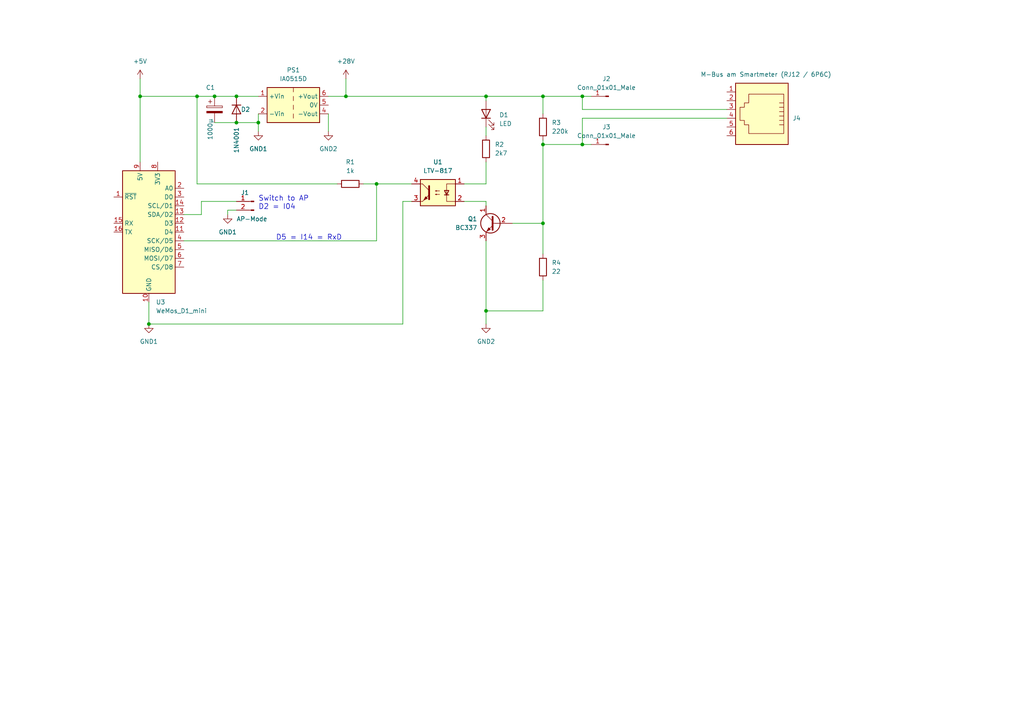
<source format=kicad_sch>
(kicad_sch (version 20211123) (generator eeschema)
  (paper "A4")
  (title_block (title "MBUS Interface (read only)") (date "2022-11-18") (rev "20.Nov.2022") (company "Engelbert Horvat") (comment 1 "Wemos D1 ESP8266 Modul"))
  (lib_symbols
    (symbol "Connector:6P6C" (pin_names (offset 1.016))
      (property "Reference" "J" (at -5.08 11.43 0))
      (property "Value" "6P6C" (at 2.54 11.43 0))
      (symbol "6P6C_0_1"
        (polyline (pts (xy -6.35 -1.905) (xy -5.08 -1.905) (xy -5.08 -1.905)))
        (polyline (pts (xy -6.35 -0.635) (xy -5.08 -0.635) (xy -5.08 -0.635)))
        (polyline (pts (xy -6.35 0.635) (xy -5.08 0.635) (xy -5.08 0.635)))
        (polyline (pts (xy -6.35 1.905) (xy -5.08 1.905) (xy -5.08 1.905)))
        (polyline (pts (xy -6.35 3.175) (xy -5.08 3.175) (xy -5.08 3.175)))
        (polyline (pts (xy -5.08 4.445) (xy -6.35 4.445) (xy -6.35 4.445)))
        (polyline (pts (xy -6.35 -4.445) (xy -6.35 6.985) (xy 3.81 6.985) (xy 3.81 4.445) (xy 5.08 4.445) (xy 5.08 3.175) (xy 6.35 3.175) (xy 6.35 -0.635) (xy 5.08 -0.635) (xy 5.08 -1.905) (xy 3.81 -1.905) (xy 3.81 -4.445) (xy -6.35 -4.445) (xy -6.35 -4.445)))
        (rectangle (start 7.62 10.16) (end -7.62 -7.62) (stroke (width 0.254)) (fill (type background)))
      )
      (symbol "6P6C_1_1"
        (pin passive line (at 10.16 -5.08 180) (length 2.54) (name "~") (number "1"))
        (pin passive line (at 10.16 -2.54 180) (length 2.54) (name "~") (number "2"))
        (pin passive line (at 10.16 0 180) (length 2.54) (name "~") (number "3"))
        (pin passive line (at 10.16 2.54 180) (length 2.54) (name "~") (number "4"))
        (pin passive line (at 10.16 5.08 180) (length 2.54) (name "~") (number "5"))
        (pin passive line (at 10.16 7.62 180) (length 2.54) (name "~") (number "6"))
      )
    )
    (symbol "Connector:Conn_01x01_Male" (pin_names (offset 1.016) hide)
      (property "Reference" "J" (at 0 2.54 0))
      (property "Value" "Conn_01x01_Male" (at 0 -2.54 0))
      (symbol "Conn_01x01_Male_1_1"
        (polyline (pts (xy 1.27 0) (xy 0.8636 0)) (stroke (width 0.1524)))
        (rectangle (start 0.8636 0.127) (end 0 -0.127) (stroke (width 0.1524)) (fill (type outline)))
        (pin passive line (at 5.08 0 180) (length 3.81) (name "Pin_1") (number "1"))
      )
    )
    (symbol "Connector:Conn_01x02_Male" (pin_names (offset 1.016) hide)
      (property "Reference" "J" (at 0 2.54 0))
      (property "Value" "Conn_01x02_Male" (at 0 -5.08 0))
      (symbol "Conn_01x02_Male_1_1"
        (polyline (pts (xy 1.27 -2.54) (xy 0.8636 -2.54)) (stroke (width 0.1524)))
        (polyline (pts (xy 1.27 0) (xy 0.8636 0)) (stroke (width 0.1524)))
        (rectangle (start 0.8636 -2.413) (end 0 -2.667) (stroke (width 0.1524)) (fill (type outline)))
        (rectangle (start 0.8636 0.127) (end 0 -0.127) (stroke (width 0.1524)) (fill (type outline)))
        (pin passive line (at 5.08 0 180) (length 3.81) (name "Pin_1") (number "1"))
        (pin passive line (at 5.08 -2.54 180) (length 3.81) (name "Pin_2") (number "2"))
      )
    )
    (symbol "Converter_DCDC:IA0515S"
      (property "Reference" "PS" (at -7.62 6.35 0))
      (property "Value" "IA0515S" (at 1.27 6.35 0))
      (symbol "IA0515S_0_0"
        (pin power_in line (at -10.16 2.54 0) (length 2.54) (name "+Vin") (number "1"))
        (pin power_in line (at -10.16 -2.54 0) (length 2.54) (name "-Vin") (number "2"))
        (pin power_out line (at 10.16 -2.54 180) (length 2.54) (name "-Vout") (number "4"))
        (pin power_out line (at 10.16 0 180) (length 2.54) (name "0V") (number "5"))
        (pin power_out line (at 10.16 2.54 180) (length 2.54) (name "+Vout") (number "6"))
      )
      (symbol "IA0515S_0_1"
        (rectangle (start -7.62 5.08) (end 7.62 -5.08) (stroke (width 0.254)) (fill (type background)))
        (polyline (pts (xy 0 -2.54) (xy 0 -3.81)))
        (polyline (pts (xy 0 0) (xy 0 -1.27)))
        (polyline (pts (xy 0 2.54) (xy 0 1.27)))
        (polyline (pts (xy 0 5.08) (xy 0 3.81)))
      )
    )
    (symbol "Device:C_Polarized" (pin_numbers hide) (pin_names (offset 0.254))
      (property "Reference" "C" (at 0.635 2.54 0))
      (property "Value" "C_Polarized" (at 0.635 -2.54 0))
      (symbol "C_Polarized_0_1"
        (rectangle (start -2.286 0.508) (end 2.286 1.016))
        (polyline (pts (xy -1.778 2.286) (xy -0.762 2.286)))
        (polyline (pts (xy -1.27 2.794) (xy -1.27 1.778)))
        (rectangle (start 2.286 -0.508) (end -2.286 -1.016) (fill (type outline)))
      )
      (symbol "C_Polarized_1_1"
        (pin passive line (at 0 3.81 270) (length 2.794) (name "~") (number "1"))
        (pin passive line (at 0 -3.81 90) (length 2.794) (name "~") (number "2"))
      )
    )
    (symbol "Device:LED" (pin_numbers hide) (pin_names (offset 1.016) hide)
      (property "Reference" "D" (at 0 2.54 0))
      (property "Value" "LED" (at 0 -2.54 0))
      (symbol "LED_0_1"
        (polyline (pts (xy -1.27 -1.27) (xy -1.27 1.27)) (stroke (width 0.254)))
        (polyline (pts (xy -1.27 0) (xy 1.27 0)))
        (polyline (pts (xy 1.27 -1.27) (xy 1.27 1.27) (xy -1.27 0) (xy 1.27 -1.27)) (stroke (width 0.254)))
        (polyline (pts (xy -3.048 -0.762) (xy -4.572 -2.286) (xy -3.81 -2.286) (xy -4.572 -2.286) (xy -4.572 -1.524)))
        (polyline (pts (xy -1.778 -0.762) (xy -3.302 -2.286) (xy -2.54 -2.286) (xy -3.302 -2.286) (xy -3.302 -1.524)))
      )
      (symbol "LED_1_1"
        (pin passive line (at -3.81 0 0) (length 2.54) (name "K") (number "1"))
        (pin passive line (at 3.81 0 180) (length 2.54) (name "A") (number "2"))
      )
    )
    (symbol "Device:R" (pin_numbers hide) (pin_names (offset 0))
      (property "Reference" "R" (at 2.032 0 90))
      (property "Value" "R" (at 0 0 90))
      (symbol "R_0_1"
        (rectangle (start -1.016 -2.54) (end 1.016 2.54) (stroke (width 0.254)))
      )
      (symbol "R_1_1"
        (pin passive line (at 0 3.81 270) (length 1.27) (name "~") (number "1"))
        (pin passive line (at 0 -3.81 90) (length 1.27) (name "~") (number "2"))
      )
    )
    (symbol "Diode:1N4001" (pin_numbers hide) (pin_names hide)
      (property "Reference" "D" (at 0 2.54 0))
      (property "Value" "1N4001" (at 0 -2.54 0))
      (symbol "1N4001_0_1"
        (polyline (pts (xy -1.27 1.27) (xy -1.27 -1.27)) (stroke (width 0.254)))
        (polyline (pts (xy 1.27 0) (xy -1.27 0)))
        (polyline (pts (xy 1.27 1.27) (xy 1.27 -1.27) (xy -1.27 0) (xy 1.27 1.27)) (stroke (width 0.254)))
      )
      (symbol "1N4001_1_1"
        (pin passive line (at -3.81 0 0) (length 2.54) (name "K") (number "1"))
        (pin passive line (at 3.81 0 180) (length 2.54) (name "A") (number "2"))
      )
    )
    (symbol "Isolator:LTV-817" (pin_names (offset 1.016))
      (property "Reference" "U" (at -5.08 5.08 0))
      (property "Value" "LTV-817" (at 0 5.08 0))
      (symbol "LTV-817_0_1"
        (rectangle (start -5.08 3.81) (end 5.08 -3.81) (stroke (width 0.254)) (fill (type background)))
        (polyline (pts (xy -3.175 -0.635) (xy -1.905 -0.635)) (stroke (width 0.254)))
        (polyline (pts (xy 2.54 0.635) (xy 4.445 2.54)))
        (polyline (pts (xy 4.445 -2.54) (xy 2.54 -0.635)) (fill (type outline)))
        (polyline (pts (xy 4.445 -2.54) (xy 5.08 -2.54)))
        (polyline (pts (xy 4.445 2.54) (xy 5.08 2.54)))
        (polyline (pts (xy -5.08 2.54) (xy -2.54 2.54) (xy -2.54 -0.762)))
        (polyline (pts (xy -2.54 -0.635) (xy -2.54 -2.54) (xy -5.08 -2.54)))
        (polyline (pts (xy 2.54 1.905) (xy 2.54 -1.905) (xy 2.54 -1.905)) (stroke (width 0.508)))
        (polyline (pts (xy -2.54 -0.635) (xy -3.175 0.635) (xy -1.905 0.635) (xy -2.54 -0.635)) (stroke (width 0.254)))
        (polyline (pts (xy -0.508 -0.508) (xy 0.762 -0.508) (xy 0.381 -0.635) (xy 0.381 -0.381) (xy 0.762 -0.508)))
        (polyline (pts (xy -0.508 0.508) (xy 0.762 0.508) (xy 0.381 0.381) (xy 0.381 0.635) (xy 0.762 0.508)))
        (polyline (pts (xy 3.048 -1.651) (xy 3.556 -1.143) (xy 4.064 -2.159) (xy 3.048 -1.651) (xy 3.048 -1.651)) (fill (type outline)))
      )
      (symbol "LTV-817_1_1"
        (pin passive line (at -7.62 2.54 0) (length 2.54) (name "~") (number "1"))
        (pin passive line (at -7.62 -2.54 0) (length 2.54) (name "~") (number "2"))
        (pin passive line (at 7.62 -2.54 180) (length 2.54) (name "~") (number "3"))
        (pin passive line (at 7.62 2.54 180) (length 2.54) (name "~") (number "4"))
      )
    )
    (symbol "MCU_Module:WeMos_D1_mini"
      (property "Reference" "U" (at 3.81 19.05 0))
      (property "Value" "WeMos_D1_mini" (at 1.27 -19.05 0))
      (symbol "WeMos_D1_mini_1_1"
        (rectangle (start -7.62 17.78) (end 7.62 -17.78) (stroke (width 0.254)) (fill (type background)))
        (pin input line (at -10.16 10.16 0) (length 2.54) (name "~{RST}") (number "1"))
        (pin power_in line (at 0 -20.32 90) (length 2.54) (name "GND") (number "10"))
        (pin bidirectional line (at 10.16 0 180) (length 2.54) (name "D4") (number "11"))
        (pin bidirectional line (at 10.16 2.54 180) (length 2.54) (name "D3") (number "12"))
        (pin bidirectional line (at 10.16 5.08 180) (length 2.54) (name "SDA/D2") (number "13"))
        (pin bidirectional line (at 10.16 7.62 180) (length 2.54) (name "SCL/D1") (number "14"))
        (pin input line (at -10.16 2.54 0) (length 2.54) (name "RX") (number "15"))
        (pin output line (at -10.16 0 0) (length 2.54) (name "TX") (number "16"))
        (pin input line (at 10.16 12.7 180) (length 2.54) (name "A0") (number "2"))
        (pin bidirectional line (at 10.16 10.16 180) (length 2.54) (name "D0") (number "3"))
        (pin bidirectional line (at 10.16 -2.54 180) (length 2.54) (name "SCK/D5") (number "4"))
        (pin bidirectional line (at 10.16 -5.08 180) (length 2.54) (name "MISO/D6") (number "5"))
        (pin bidirectional line (at 10.16 -7.62 180) (length 2.54) (name "MOSI/D7") (number "6"))
        (pin bidirectional line (at 10.16 -10.16 180) (length 2.54) (name "CS/D8") (number "7"))
        (pin power_out line (at 2.54 20.32 270) (length 2.54) (name "3V3") (number "8"))
        (pin power_in line (at -2.54 20.32 270) (length 2.54) (name "5V") (number "9"))
      )
    )
    (symbol "Transistor_BJT:BC337" (pin_names (offset 0) hide)
      (property "Reference" "Q" (at 5.08 1.905 0))
      (property "Value" "BC337" (at 5.08 0 0))
      (symbol "BC337_0_1"
        (polyline (pts (xy 0 0) (xy 0.635 0)))
        (polyline (pts (xy 0.635 0.635) (xy 2.54 2.54)))
        (polyline (pts (xy 0.635 -0.635) (xy 2.54 -2.54) (xy 2.54 -2.54)))
        (polyline (pts (xy 0.635 1.905) (xy 0.635 -1.905) (xy 0.635 -1.905)) (stroke (width 0.508)))
        (polyline (pts (xy 1.27 -1.778) (xy 1.778 -1.27) (xy 2.286 -2.286) (xy 1.27 -1.778) (xy 1.27 -1.778)) (fill (type outline)))
        (circle (center 1.27 0) (radius 2.8194) (stroke (width 0.254)))
      )
      (symbol "BC337_1_1"
        (pin passive line (at 2.54 5.08 270) (length 2.54) (name "C") (number "1"))
        (pin input line (at -5.08 0 0) (length 5.08) (name "B") (number "2"))
        (pin passive line (at 2.54 -5.08 90) (length 2.54) (name "E") (number "3"))
      )
    )
    (symbol "power:+28V" (power) (pin_names (offset 0))
      (property "Value" "+28V" (at 0 3.81 0))
      (symbol "+28V_0_1"
        (polyline (pts (xy -0.762 1.27) (xy 0 2.54)))
        (polyline (pts (xy 0 0) (xy 0 2.54)))
        (polyline (pts (xy 0 2.54) (xy 0.762 1.27)))
      )
      (symbol "+28V_1_1"
        (pin power_in line (at 0 0 90) (length 0) hide (name "+28V") (number "1"))
      )
    )
    (symbol "power:+5V" (power) (pin_names (offset 0))
      (property "Value" "+5V" (at 0 3.556 0))
      (symbol "+5V_0_1"
        (polyline (pts (xy -0.762 1.27) (xy 0 2.54)))
        (polyline (pts (xy 0 0) (xy 0 2.54)))
        (polyline (pts (xy 0 2.54) (xy 0.762 1.27)))
      )
      (symbol "+5V_1_1"
        (pin power_in line (at 0 0 90) (length 0) hide (name "+5V") (number "1"))
      )
    )
    (symbol "power:GND1" (power) (pin_names (offset 0))
      (property "Value" "GND1" (at 0 -3.81 0))
      (symbol "GND1_0_1"
        (polyline (pts (xy 0 0) (xy 0 -1.27) (xy 1.27 -1.27) (xy 0 -2.54) (xy -1.27 -1.27) (xy 0 -1.27)))
      )
      (symbol "GND1_1_1"
        (pin power_in line (at 0 0 270) (length 0) hide (name "GND1") (number "1"))
      )
    )
    (symbol "power:GND2" (power) (pin_names (offset 0))
      (property "Value" "GND2" (at 0 -3.81 0))
      (symbol "GND2_0_1"
        (polyline (pts (xy 0 0) (xy 0 -1.27) (xy 1.27 -1.27) (xy 0 -2.54) (xy -1.27 -1.27) (xy 0 -1.27)))
      )
      (symbol "GND2_1_1"
        (pin power_in line (at 0 0 270) (length 0) hide (name "GND2") (number "1"))
      )
    )
  )
  (junction (at 168.91 27.94))
  (junction (at 140.97 90.17))
  (junction (at 40.64 27.94))
  (junction (at 43.18 93.98))
  (junction (at 140.97 27.94))
  (junction (at 68.58 27.94))
  (junction (at 68.58 35.56))
  (junction (at 157.48 64.77))
  (junction (at 157.48 27.94))
  (junction (at 57.15 27.94))
  (junction (at 109.22 53.34))
  (junction (at 157.48 41.91))
  (junction (at 62.23 27.94))
  (junction (at 168.91 41.91))
  (junction (at 100.33 27.94))
  (junction (at 74.93 35.56))
  (wire (pts (xy 134.62 53.34) (xy 140.97 53.34)))
  (wire (pts (xy 134.62 58.42) (xy 140.97 58.42)))
  (wire (pts (xy 119.38 58.42) (xy 116.84 58.42)))
  (wire (pts (xy 74.93 33.02) (xy 74.93 35.56)))
  (wire (pts (xy 62.23 27.94) (xy 68.58 27.94)))
  (wire (pts (xy 157.48 81.28) (xy 157.48 90.17)))
  (wire (pts (xy 116.84 58.42) (xy 116.84 93.98)))
  (wire (pts (xy 140.97 36.83) (xy 140.97 39.37)))
  (wire (pts (xy 95.25 27.94) (xy 100.33 27.94)))
  (wire (pts (xy 68.58 60.96) (xy 66.04 60.96)))
  (wire (pts (xy 157.48 64.77) (xy 157.48 73.66)))
  (wire (pts (xy 157.48 27.94) (xy 168.91 27.94)))
  (wire (pts (xy 105.41 53.34) (xy 109.22 53.34)))
  (wire (pts (xy 148.59 64.77) (xy 157.48 64.77)))
  (wire (pts (xy 168.91 31.75) (xy 168.91 27.94)))
  (wire (pts (xy 157.48 40.64) (xy 157.48 41.91)))
  (wire (pts (xy 62.23 35.56) (xy 68.58 35.56)))
  (wire (pts (xy 109.22 53.34) (xy 109.22 69.85)))
  (wire (pts (xy 40.64 46.99) (xy 40.64 27.94)))
  (wire (pts (xy 57.15 53.34) (xy 57.15 27.94)))
  (wire (pts (xy 168.91 41.91) (xy 171.45 41.91)))
  (wire (pts (xy 168.91 31.75) (xy 210.82 31.75)))
  (wire (pts (xy 95.25 33.02) (xy 95.25 38.1)))
  (wire (pts (xy 168.91 34.29) (xy 210.82 34.29)))
  (wire (pts (xy 140.97 53.34) (xy 140.97 46.99)))
  (wire (pts (xy 74.93 35.56) (xy 68.58 35.56)))
  (wire (pts (xy 157.48 41.91) (xy 157.48 64.77)))
  (wire (pts (xy 168.91 27.94) (xy 171.45 27.94)))
  (wire (pts (xy 97.79 53.34) (xy 57.15 53.34)))
  (wire (pts (xy 140.97 58.42) (xy 140.97 59.69)))
  (wire (pts (xy 140.97 69.85) (xy 140.97 90.17)))
  (wire (pts (xy 53.34 62.23) (xy 58.42 62.23)))
  (wire (pts (xy 100.33 22.86) (xy 100.33 27.94)))
  (wire (pts (xy 100.33 27.94) (xy 140.97 27.94)))
  (wire (pts (xy 53.34 69.85) (xy 109.22 69.85)))
  (wire (pts (xy 168.91 34.29) (xy 168.91 41.91)))
  (wire (pts (xy 140.97 29.21) (xy 140.97 27.94)))
  (wire (pts (xy 57.15 27.94) (xy 62.23 27.94)))
  (wire (pts (xy 66.04 60.96) (xy 66.04 62.23)))
  (wire (pts (xy 109.22 53.34) (xy 119.38 53.34)))
  (wire (pts (xy 157.48 90.17) (xy 140.97 90.17)))
  (wire (pts (xy 140.97 90.17) (xy 140.97 93.98)))
  (wire (pts (xy 43.18 87.63) (xy 43.18 93.98)))
  (wire (pts (xy 40.64 27.94) (xy 57.15 27.94)))
  (wire (pts (xy 40.64 22.86) (xy 40.64 27.94)))
  (wire (pts (xy 157.48 33.02) (xy 157.48 27.94)))
  (wire (pts (xy 74.93 35.56) (xy 74.93 38.1)))
  (wire (pts (xy 58.42 58.42) (xy 58.42 62.23)))
  (wire (pts (xy 68.58 27.94) (xy 74.93 27.94)))
  (wire (pts (xy 116.84 93.98) (xy 43.18 93.98)))
  (wire (pts (xy 58.42 58.42) (xy 68.58 58.42)))
  (wire (pts (xy 168.91 41.91) (xy 157.48 41.91)))
  (wire (pts (xy 140.97 27.94) (xy 157.48 27.94)))
  (text "D5 = I14 = RxD" (at 80.01 69.85 0) (effects (font (size 1.5 1.5)) (justify left bottom)))
  (text "Switch to AP\nD2 = I04" (at 74.93 60.96 0) (effects (font (size 1.5 1.5)) (justify left bottom)))
  (symbol (lib_id "power:GND2") (at 140.97 93.98 0) (unit 1)
    (property "Reference" "#PWR0104" (effects hide))
    (property "Value" "GND2" (at 140.97 99.06 0))
  )
  (symbol (lib_id "Device:R") (at 140.97 43.18 0) (unit 1)
    (property "Reference" "R2" (at 143.51 41.9099 0) (effects (justify left)))
    (property "Value" "2k7" (at 143.51 44.4499 0) (effects (justify left)))
    (property "Footprint" "Resistor_THT:R_Axial_DIN0207_L6.3mm_D2.5mm_P10.16mm_Horizontal" (effects hide))
  )
  (symbol (lib_id "power:GND2") (at 95.25 38.1 0) (unit 1)
    (property "Reference" "#PWR0101" (effects hide))
    (property "Value" "GND2" (at 95.25 43.18 0))
  )
  (symbol (lib_id "Device:C_Polarized") (at 62.23 31.75 0) (unit 1)
    (property "Reference" "C1" (at 59.69 25.4 0) (effects (justify left)))
    (property "Value" "1000µ" (at 60.96 40.64 90) (effects (justify left)))
    (property "Footprint" "Capacitor_THT:CP_Radial_D10.0mm_P5.00mm" (effects hide))
  )
  (symbol (lib_id "power:GND1") (at 43.18 93.98 0) (unit 1)
    (property "Reference" "#PWR00" (effects hide))
    (property "Value" "GND1" (at 43.18 99.06 0))
  )
  (symbol (lib_id "Converter_DCDC:IA0515S") (at 85.09 30.48 0) (unit 1)
    (property "Reference" "PS1" (at 85.09 20.32 0))
    (property "Value" "IA0515D" (at 85.09 22.86 0))
    (property "Footprint" "Converter_DCDC:Converter_DCDC_XP_POWER-IAxxxxS_THT" (effects hide))
    (property "Datasheet" "https://www.xppower.com/pdfs/SF_IA.pdf" (effects hide))
  )
  (symbol (lib_id "Transistor_BJT:BC337") (at 143.51 64.77 0) (mirror y) (unit 1)
    (property "Reference" "Q1" (at 138.43 63.4999 0) (effects (justify left)))
    (property "Value" "BC337" (at 138.43 66.0399 0) (effects (justify left)))
    (property "Footprint" "Package_TO_SOT_THT:TO-92_Inline_Wide" (effects hide))
    (property "Datasheet" "https://diotec.com/tl_files/diotec/files/pdf/datasheets/bc337.pdf" (effects hide))
  )
  (symbol (lib_id "Isolator:LTV-817") (at 127 55.88 0) (mirror y) (unit 1)
    (property "Reference" "U1" (at 127 46.99 0))
    (property "Value" "LTV-817" (at 127 49.53 0))
    (property "Footprint" "Package_DIP:DIP-4_W7.62mm" (effects hide))
    (property "Datasheet" "http://www.us.liteon.com/downloads/LTV-817-827-847.PDF" (effects hide))
  )
  (symbol (lib_id "Connector:6P6C") (at 220.98 31.75 180) (unit 1)
    (property "Reference" "J4" (at 229.87 34.2901 0) (effects (justify right)))
    (property "Value" "M-Bus am Smartmeter (RJ12 / 6P6C)" (at 203.2 21.59 0) (effects (justify right)))
    (property "Footprint" "Connector_RJ:RJ12_Amphenol_54601" (effects hide))
  )
  (symbol (lib_id "Device:R") (at 157.48 36.83 0) (unit 1)
    (property "Reference" "R3" (at 160.02 35.5599 0) (effects (justify left)))
    (property "Value" "220k" (at 160.02 38.0999 0) (effects (justify left)))
    (property "Footprint" "Resistor_THT:R_Axial_DIN0207_L6.3mm_D2.5mm_P10.16mm_Horizontal" (effects hide))
  )
  (symbol (lib_id "Device:LED") (at 140.97 33.02 90) (unit 1)
    (property "Reference" "D1" (at 144.78 33.3374 90) (effects (justify right)))
    (property "Value" "LED" (at 144.78 35.8774 90) (effects (justify right)))
    (property "Footprint" "LED_THT:LED_D3.0mm" (effects hide))
  )
  (symbol (lib_id "Connector:Conn_01x01_Male") (at 176.53 27.94 180) (unit 1)
    (property "Reference" "J2" (at 175.895 22.86 0))
    (property "Value" "Conn_01x01_Male" (at 175.895 25.4 0))
    (property "Footprint" "Connector_Pin:Pin_D1.0mm_L10.0mm" (effects hide))
  )
  (symbol (lib_id "Device:R") (at 157.48 77.47 0) (unit 1)
    (property "Reference" "R4" (at 160.02 76.1999 0) (effects (justify left)))
    (property "Value" "22" (at 160.02 78.7399 0) (effects (justify left)))
    (property "Footprint" "Resistor_THT:R_Axial_DIN0207_L6.3mm_D2.5mm_P10.16mm_Horizontal" (effects hide))
  )
  (symbol (lib_id "Connector:Conn_01x01_Male") (at 176.53 41.91 180) (unit 1)
    (property "Reference" "J3" (at 175.895 36.83 0))
    (property "Value" "Conn_01x01_Male" (at 175.895 39.37 0))
    (property "Footprint" "Connector_Pin:Pin_D1.0mm_L10.0mm" (effects hide))
  )
  (symbol (lib_id "Device:R") (at 101.6 53.34 90) (unit 1)
    (property "Reference" "R1" (at 101.6 46.99 90))
    (property "Value" "1k" (at 101.6 49.53 90))
    (property "Footprint" "Resistor_THT:R_Axial_DIN0207_L6.3mm_D2.5mm_P10.16mm_Horizontal" (effects hide))
  )
  (symbol (lib_id "power:GND1") (at 74.93 38.1 0) (unit 1)
    (property "Reference" "#PWR0102" (effects hide))
    (property "Value" "GND1" (at 74.93 43.18 0))
  )
  (symbol (lib_id "Connector:Conn_01x02_Male") (at 73.66 58.42 0) (mirror y) (unit 1)
    (property "Reference" "J1" (at 69.85 55.88 0) (effects (justify right)))
    (property "Value" "AP-Mode" (at 68.58 63.5 0) (effects (justify right)))
    (property "Footprint" "Connector_PinHeader_2.54mm:PinHeader_1x02_P2.54mm_Vertical" (effects hide))
  )
  (symbol (lib_id "power:+28V") (at 100.33 22.86 0) (unit 1)
    (property "Reference" "#PWR0103" (effects hide))
    (property "Value" "+28V" (at 100.33 17.78 0))
  )
  (symbol (lib_id "Diode:1N4001") (at 68.58 31.75 90) (mirror x) (unit 1)
    (property "Reference" "D2" (at 69.85 31.75 90) (effects (justify right)))
    (property "Value" "1N4001" (at 68.58 44.45 0) (effects (justify right)))
    (property "Footprint" "Diode_THT:D_DO-41_SOD81_P10.16mm_Horizontal" (effects hide))
    (property "Datasheet" "http://www.vishay.com/docs/88503/1n4001.pdf" (effects hide))
  )
  (symbol (lib_id "MCU_Module:WeMos_D1_mini") (at 43.18 67.31 0) (unit 1)
    (property "Reference" "U3" (at 45.1994 87.63 0) (effects (justify left)))
    (property "Value" "WeMos_D1_mini" (at 45.1994 90.17 0) (effects (justify left)))
    (property "Footprint" "Module:WEMOS_D1_mini_light" (effects hide))
    (property "Datasheet" "https://wiki.wemos.cc/products:d1:d1_mini#documentation" (effects hide))
  )
  (symbol (lib_id "power:GND1") (at 66.04 62.23 0) (unit 1)
    (property "Reference" "#PWR0105" (effects hide))
    (property "Value" "GND1" (at 66.04 67.31 0))
  )
  (symbol (lib_id "power:+5V") (at 40.64 22.86 0) (unit 1)
    (property "Reference" "#PWR01" (effects hide))
    (property "Value" "+5V" (at 40.64 17.78 0))
  )
)
</source>
